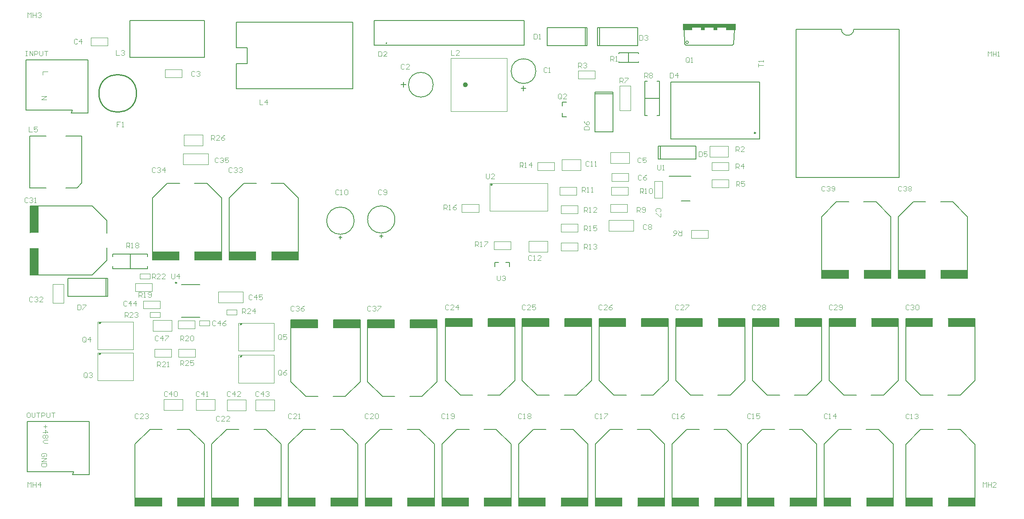
<source format=gbr>
%TF.GenerationSoftware,Altium Limited,Altium Designer,20.0.13 (296)*%
G04 Layer_Color=65535*
%FSLAX45Y45*%
%MOMM*%
%TF.FileFunction,Legend,Top*%
%TF.Part,Single*%
G01*
G75*
%TA.AperFunction,NonConductor*%
%ADD67C,0.25000*%
%ADD68C,0.20000*%
%ADD69C,0.10000*%
%ADD70C,0.25400*%
%ADD71C,0.50000*%
%ADD72C,0.12700*%
%ADD73C,0.05000*%
%ADD74C,0.15000*%
%ADD75C,0.15240*%
%ADD76C,0.08000*%
%ADD77R,5.50000X1.70000*%
%ADD78R,5.50000X1.70000*%
%ADD79R,5.50000X1.70000*%
%ADD80R,5.50000X1.70000*%
%ADD81R,1.70000X5.50000*%
G36*
X1585000Y-6210968D02*
X1580433Y-6221994D01*
X1571994Y-6230433D01*
X1560967Y-6235000D01*
X1555000D01*
Y-6205000D01*
X1585000D01*
Y-6210968D01*
D02*
G37*
G36*
X4435000Y-6235967D02*
X4430433Y-6246994D01*
X4421993Y-6255433D01*
X4410967Y-6260000D01*
X4405000D01*
Y-6230000D01*
X4435000D01*
Y-6235967D01*
D02*
G37*
G36*
X1585000Y-6835968D02*
X1580433Y-6846994D01*
X1571994Y-6855433D01*
X1560967Y-6860000D01*
X1555000D01*
Y-6830000D01*
X1585000D01*
Y-6835968D01*
D02*
G37*
G36*
X4435000Y-6885967D02*
X4430433Y-6896994D01*
X4421993Y-6905433D01*
X4410967Y-6910000D01*
X4405000D01*
Y-6880000D01*
X4435000D01*
Y-6885967D01*
D02*
G37*
G36*
X5965030Y-9540001D02*
D01*
D02*
G37*
G36*
X6185030D02*
D01*
D02*
G37*
G36*
X7515027D02*
D01*
D02*
G37*
G36*
X7735027D02*
D01*
D02*
G37*
G36*
X6015033Y-6534999D02*
D01*
D02*
G37*
G36*
X6235034D02*
D01*
D02*
G37*
G36*
X7565030D02*
D01*
D02*
G37*
G36*
X7785030D02*
D01*
D02*
G37*
G36*
X9065024Y-9540001D02*
D01*
D02*
G37*
G36*
X9285024D02*
D01*
D02*
G37*
G36*
X10615021D02*
D01*
D02*
G37*
G36*
X10835021D02*
D01*
D02*
G37*
G36*
X9139961Y-6509999D02*
D01*
D02*
G37*
G36*
X9359961D02*
D01*
D02*
G37*
G36*
X10689958D02*
D01*
D02*
G37*
G36*
X14412399Y-247200D02*
Y-298000D01*
X14221899D01*
Y-247200D01*
X14044099D01*
Y-298000D01*
X13967900D01*
Y-247200D01*
X13790100D01*
Y-298000D01*
X13713901D01*
Y-247200D01*
X13536099D01*
Y-298000D01*
X13345599D01*
Y-247200D01*
Y-171000D01*
X14412399D01*
Y-247200D01*
D02*
G37*
D67*
X14812500Y-2375000D02*
G03*
X14812500Y-2375000I-12500J0D01*
G01*
X3115500Y-5406500D02*
G03*
X3115500Y-5406500I-12500J0D01*
G01*
X9491400Y-3421000D02*
G03*
X9491400Y-3421000I-12500J0D01*
G01*
D68*
X7365000Y-560000D02*
G03*
X7365000Y-560000I-10000J0D01*
G01*
X7525000Y-4125000D02*
G03*
X7525000Y-4125000I-275000J0D01*
G01*
X6700000Y-4150000D02*
G03*
X6700000Y-4150000I-275000J0D01*
G01*
X1555000Y-6860000D02*
G03*
X1585000Y-6830000I0J30000D01*
G01*
X1555000Y-6235000D02*
G03*
X1585000Y-6205000I0J30000D01*
G01*
X4405000Y-6260000D02*
G03*
X4435000Y-6230000I0J30000D01*
G01*
X4405000Y-6910000D02*
G03*
X4435000Y-6880000I0J30000D01*
G01*
X10375000Y-1125000D02*
G03*
X10375000Y-1125000I-250000J0D01*
G01*
X8300000Y-1400000D02*
G03*
X8300000Y-1400000I-250000J0D01*
G01*
X16550000Y-275000D02*
G03*
X16800000Y-275000I125000J0D01*
G01*
X14900000Y-2500000D02*
Y-1350000D01*
X13100000D02*
X14900000D01*
X13100000Y-2500000D02*
Y-1350000D01*
Y-2500000D02*
X14900000D01*
X3215000Y-6105000D02*
X3585000D01*
X3215000Y-5445000D02*
X3585000D01*
X18710001Y-9925000D02*
X19250000Y-9925000D01*
X18950000Y-8375000D02*
X19250000Y-8675000D01*
Y-9925000D02*
Y-8675000D01*
X18700000Y-8375000D02*
X18950000D01*
X18150000D02*
X18400000D01*
X17850000Y-9925000D02*
Y-8675000D01*
X18150000Y-8375000D01*
X17850000Y-9925000D02*
X18389999Y-9925000D01*
X17060008Y-9920001D02*
X17600008Y-9920001D01*
X17300008Y-8370001D02*
X17600008Y-8670001D01*
Y-9920001D02*
Y-8670001D01*
X17050008Y-8370001D02*
X17300008D01*
X16500008D02*
X16750008D01*
X16200008Y-9920001D02*
Y-8670001D01*
X16500008Y-8370001D01*
X16200008Y-9920001D02*
X16740009Y-9920001D01*
X15510011D02*
X16050012Y-9920001D01*
X15750011Y-8370001D02*
X16050012Y-8670001D01*
Y-9920001D02*
Y-8670001D01*
X15500011Y-8370001D02*
X15750011D01*
X14950012D02*
X15200012D01*
X14650011Y-9920001D02*
Y-8670001D01*
X14950012Y-8370001D01*
X14650011Y-9920001D02*
X15190012Y-9920001D01*
X13985014D02*
X14525015Y-9920001D01*
X14225014Y-8370001D02*
X14525015Y-8670001D01*
Y-9920001D02*
Y-8670001D01*
X13975014Y-8370001D02*
X14225014D01*
X13425015D02*
X13675015D01*
X13125014Y-9920001D02*
Y-8670001D01*
X13425015Y-8370001D01*
X13125014Y-9920001D02*
X13665015Y-9920001D01*
X12435018D02*
X12975018Y-9920001D01*
X12675018Y-8370001D02*
X12975018Y-8670001D01*
Y-9920001D02*
Y-8670001D01*
X12425018Y-8370001D02*
X12675018D01*
X11875018D02*
X12125018D01*
X11575017Y-9920001D02*
Y-8670001D01*
X11875018Y-8370001D01*
X11575017Y-9920001D02*
X12115018Y-9920001D01*
X10885021D02*
X11425021Y-9920001D01*
X11125021Y-8370001D02*
X11425021Y-8670001D01*
Y-9920001D02*
Y-8670001D01*
X10875021Y-8370001D02*
X11125021D01*
X10325021D02*
X10575021D01*
X10025021Y-9920001D02*
Y-8670001D01*
X10325021Y-8370001D01*
X10025021Y-9920001D02*
X10565021Y-9920001D01*
X9335024D02*
X9875024Y-9920001D01*
X9575024Y-8370001D02*
X9875024Y-8670001D01*
Y-9920001D02*
Y-8670001D01*
X9325024Y-8370001D02*
X9575024D01*
X8775024D02*
X9025024D01*
X8475024Y-9920001D02*
Y-8670001D01*
X8775024Y-8370001D01*
X8475024Y-9920001D02*
X9015024Y-9920001D01*
X7785027D02*
X8325027Y-9920001D01*
X8025027Y-8370001D02*
X8325027Y-8670001D01*
Y-9920001D02*
Y-8670001D01*
X7775027Y-8370001D02*
X8025027D01*
X7225027D02*
X7475027D01*
X6925027Y-9920001D02*
Y-8670001D01*
X7225027Y-8370001D01*
X6925027Y-9920001D02*
X7465027Y-9920001D01*
X6235030D02*
X6775030Y-9920001D01*
X6475030Y-8370001D02*
X6775030Y-8670001D01*
Y-9920001D02*
Y-8670001D01*
X6225030Y-8370001D02*
X6475030D01*
X5675030D02*
X5925030D01*
X5375030Y-9920001D02*
Y-8670001D01*
X5675030Y-8370001D01*
X5375030Y-9920001D02*
X5915030Y-9920001D01*
X4685033D02*
X5225033Y-9920001D01*
X4925033Y-8370001D02*
X5225033Y-8670001D01*
Y-9920001D02*
Y-8670001D01*
X4675033Y-8370001D02*
X4925033D01*
X4125033D02*
X4375033D01*
X3825033Y-9920001D02*
Y-8670001D01*
X4125033Y-8370001D01*
X3825033Y-9920001D02*
X4365033Y-9920001D01*
X3135036D02*
X3675036Y-9920001D01*
X3375036Y-8370001D02*
X3675036Y-8670001D01*
Y-9920001D02*
Y-8670001D01*
X3125036Y-8370001D02*
X3375036D01*
X2575036D02*
X2825036D01*
X2275036Y-9920001D02*
Y-8670001D01*
X2575036Y-8370001D01*
X2275036Y-9920001D02*
X2815036Y-9920001D01*
X8549961Y-6129999D02*
X9089961Y-6129999D01*
X8549961Y-7379999D02*
X8849961Y-7679999D01*
X8549961Y-7379999D02*
Y-6129999D01*
X8849961Y-7679999D02*
X9099961D01*
X9399961D02*
X9649961D01*
X9949961Y-7379999D02*
Y-6129999D01*
X9649961Y-7679999D02*
X9949961Y-7379999D01*
X9409961Y-6129999D02*
X9949961Y-6129999D01*
X10099957D02*
X10639958Y-6129999D01*
X10099957Y-7379999D02*
X10399958Y-7679999D01*
X10099957Y-7379999D02*
Y-6129999D01*
X10399958Y-7679999D02*
X10649958D01*
X10949958D02*
X11199958D01*
X11499958Y-7379999D02*
Y-6129999D01*
X11199958Y-7679999D02*
X11499958Y-7379999D01*
X10959958Y-6129999D02*
X11499958Y-6129999D01*
X11649954D02*
X12189955Y-6129999D01*
X11649954Y-7379999D02*
X11949955Y-7679999D01*
X11649954Y-7379999D02*
Y-6129999D01*
X11949955Y-7679999D02*
X12199955D01*
X12499954D02*
X12749954D01*
X13049956Y-7379999D02*
Y-6129999D01*
X12749954Y-7679999D02*
X13049956Y-7379999D01*
X12509954Y-6129999D02*
X13049956Y-6129999D01*
X13199951D02*
X13739951Y-6129999D01*
X13199951Y-7379999D02*
X13499951Y-7679999D01*
X13199951Y-7379999D02*
Y-6129999D01*
X13499951Y-7679999D02*
X13749951D01*
X14049951D02*
X14299951D01*
X14599951Y-7379999D02*
Y-6129999D01*
X14299951Y-7679999D02*
X14599951Y-7379999D01*
X14059950Y-6129999D02*
X14599951Y-6129999D01*
X14749948D02*
X15289948Y-6129999D01*
X14749948Y-7379999D02*
X15049948Y-7679999D01*
X14749948Y-7379999D02*
Y-6129999D01*
X15049948Y-7679999D02*
X15299948D01*
X15599948D02*
X15849948D01*
X16149948Y-7379999D02*
Y-6129999D01*
X15849948Y-7679999D02*
X16149948Y-7379999D01*
X15609949Y-6129999D02*
X16149948Y-6129999D01*
X16299945D02*
X16839944Y-6129999D01*
X16299945Y-7379999D02*
X16599945Y-7679999D01*
X16299945Y-7379999D02*
Y-6129999D01*
X16599945Y-7679999D02*
X16849945D01*
X17149945D02*
X17399945D01*
X17699945Y-7379999D02*
Y-6129999D01*
X17399945Y-7679999D02*
X17699945Y-7379999D01*
X17159946Y-6129999D02*
X17699945Y-6129999D01*
X17849942D02*
X18389941Y-6129999D01*
X17849942Y-7379999D02*
X18149942Y-7679999D01*
X17849942Y-7379999D02*
Y-6129999D01*
X18149942Y-7679999D02*
X18399942D01*
X18699942D02*
X18949942D01*
X19249942Y-7379999D02*
Y-6129999D01*
X18949942Y-7679999D02*
X19249942Y-7379999D01*
X18709943Y-6129999D02*
X19249942Y-6129999D01*
X154999Y-5249998D02*
X154999Y-4709998D01*
X1404999Y-5249998D02*
X1704999Y-4949998D01*
X154999Y-5249998D02*
X1404999D01*
X1704999Y-4949998D02*
Y-4699998D01*
Y-4399998D02*
Y-4149998D01*
X154999Y-3849998D02*
X1404999D01*
X1704999Y-4149998D01*
X154999Y-3849998D02*
X154999Y-4389998D01*
X5034988Y-4945001D02*
X5574989Y-4945001D01*
X5274988Y-3395001D02*
X5574989Y-3695001D01*
Y-4945001D02*
Y-3695001D01*
X5024988Y-3395001D02*
X5274988D01*
X4474989D02*
X4724989D01*
X4174988Y-4945001D02*
Y-3695001D01*
X4474989Y-3395001D01*
X4174988Y-4945001D02*
X4714989Y-4945001D01*
X3484992D02*
X4024992Y-4945001D01*
X3724992Y-3395001D02*
X4024992Y-3695001D01*
Y-4945001D02*
Y-3695001D01*
X3474992Y-3395001D02*
X3724992D01*
X2924992D02*
X3174992D01*
X2624991Y-4945001D02*
Y-3695001D01*
X2924992Y-3395001D01*
X2624991Y-4945001D02*
X3164992Y-4945001D01*
X5425033Y-6154999D02*
X5965034Y-6154999D01*
X5425033Y-7404999D02*
X5725034Y-7704999D01*
X5425033Y-7404999D02*
Y-6154999D01*
X5725034Y-7704999D02*
X5975034D01*
X6275033D02*
X6525033D01*
X6825034Y-7404999D02*
Y-6154999D01*
X6525033Y-7704999D02*
X6825034Y-7404999D01*
X6285033Y-6154999D02*
X6825034Y-6154999D01*
X6975030D02*
X7515030Y-6154999D01*
X6975030Y-7404999D02*
X7275030Y-7704999D01*
X6975030Y-7404999D02*
Y-6154999D01*
X7275030Y-7704999D02*
X7525030D01*
X7825030D02*
X8075030D01*
X8375030Y-7404999D02*
Y-6154999D01*
X8075030Y-7704999D02*
X8375030Y-7404999D01*
X7835030Y-6154999D02*
X8375030Y-6154999D01*
X18559973Y-5320001D02*
X19099973Y-5320001D01*
X18799973Y-3770001D02*
X19099973Y-4070001D01*
Y-5320001D02*
Y-4070001D01*
X18549973Y-3770001D02*
X18799973D01*
X17999973D02*
X18249973D01*
X17699973Y-5320001D02*
Y-4070001D01*
X17999973Y-3770001D01*
X17699973Y-5320001D02*
X18239973Y-5320001D01*
X17009976D02*
X17549976Y-5320001D01*
X17249976Y-3770001D02*
X17549976Y-4070001D01*
Y-5320001D02*
Y-4070001D01*
X16999976Y-3770001D02*
X17249976D01*
X16449976D02*
X16699976D01*
X16149976Y-5320001D02*
Y-4070001D01*
X16449976Y-3770001D01*
X16149976Y-5320001D02*
X16689977Y-5320001D01*
X11370000Y-605000D02*
X11410000D01*
Y-245000D01*
X11370000D02*
X11410000D01*
X10600000D02*
X11370000D01*
Y-605000D02*
Y-245000D01*
X10600000Y-605000D02*
X11370000D01*
X10600000D02*
Y-245000D01*
X11620000D02*
X11660000D01*
X11620000Y-605000D02*
Y-245000D01*
Y-605000D02*
X11660000D01*
X12430000D01*
X11660000D02*
Y-245000D01*
X12430000D01*
Y-605000D02*
Y-245000D01*
X11930000Y-1585000D02*
Y-1545000D01*
X11570000D02*
X11930000D01*
X11570000Y-1585000D02*
Y-1545000D01*
Y-2355000D02*
Y-1585000D01*
X11930000D01*
Y-2355000D02*
Y-1585000D01*
X11570000Y-2355000D02*
X11930000D01*
X1685000Y-5680000D02*
X1725000D01*
Y-5320000D01*
X1685000D02*
X1725000D01*
X915000D02*
X1685000D01*
Y-5680000D02*
Y-5320000D01*
X915000Y-5680000D02*
X1685000D01*
X915000D02*
Y-5320000D01*
X984998Y-1972000D02*
X1009998Y-1912000D01*
X984998Y-1972000D02*
X1324998D01*
X75000Y-896000D02*
X1325000D01*
Y-1972000D02*
Y-896000D01*
X75000Y-1912000D02*
Y-896000D01*
Y-1912000D02*
X1009998D01*
X1009998Y-9289000D02*
X1034998Y-9229000D01*
X1009998Y-9289000D02*
X1349998D01*
X100000Y-8213000D02*
X1350000D01*
Y-9289000D02*
Y-8213000D01*
X100000Y-9229000D02*
Y-8213000D01*
Y-9229000D02*
X1034998D01*
X875000Y-3485000D02*
X1100000D01*
X1200000Y-3385000D01*
X150000Y-3485000D02*
X475000D01*
X150000Y-2435000D02*
X475000D01*
X875000D02*
X1200000D01*
X150000Y-3485000D02*
Y-2435000D01*
X1200000Y-3385000D02*
Y-2435000D01*
X1555000Y-6860000D02*
X1555000D01*
Y-6830000D01*
X1555000Y-6235000D02*
X1555000D01*
Y-6205000D01*
X4405000Y-6260000D02*
X4405000D01*
Y-6230000D01*
X4405000Y-6910000D02*
X4405000D01*
Y-6880000D01*
X12849983Y-2645006D02*
X12889983D01*
X12849983Y-2905006D02*
Y-2645006D01*
Y-2905006D02*
X12889983D01*
X13609982D01*
X12889983D02*
Y-2645006D01*
X13609982D01*
Y-2905006D02*
Y-2645006D01*
X15633501Y-275000D02*
X16550000D01*
X16800000D02*
X17716499D01*
Y-3275000D02*
Y-275000D01*
X15633501Y-3275000D02*
X17716499D01*
X15633501D02*
Y-275000D01*
X2175000Y-850000D02*
Y-100000D01*
Y-850000D02*
X3675000D01*
X2175000Y-100000D02*
X3675000D01*
Y-850000D02*
Y-100000D01*
X12825166Y-2025222D02*
X12875166D01*
Y-1325221D01*
X12825166D02*
X12875166D01*
X12575167Y-1675221D02*
X12875166D01*
X12575167Y-1325221D02*
X12625167D01*
X12575167Y-2025222D02*
Y-1325221D01*
Y-2025222D02*
X12625167D01*
X2525222Y-4874833D02*
Y-4824833D01*
X1825221D02*
X2525222D01*
X1825221Y-4874833D02*
Y-4824833D01*
X2175221Y-5124833D02*
Y-4824833D01*
X1825221Y-5124833D02*
Y-5074833D01*
Y-5124833D02*
X2525222D01*
Y-5074833D01*
X13067500Y-3247500D02*
X13510001D01*
X13310001Y-3750000D02*
X13489999D01*
X4325000Y-970000D02*
X4540000D01*
X4325000Y-650000D02*
X4325000Y-650000D01*
X4540000D01*
X4325000Y-1485000D02*
Y-970000D01*
Y-650000D02*
Y-135000D01*
X4540000Y-970000D02*
Y-650000D01*
X4325000Y-135000D02*
X6675000D01*
X4325000Y-1485000D02*
X6675000D01*
Y-135000D01*
X10905000Y-1830000D02*
Y-1750000D01*
X10995000D01*
X10905000Y-2050000D02*
Y-1970000D01*
Y-2050000D02*
X10995000D01*
X9764999Y-4992500D02*
X9844999D01*
Y-5082500D02*
Y-4992500D01*
X9544999D02*
X9624999D01*
X9544999Y-5082500D02*
Y-4992500D01*
D69*
X1530000Y-6860000D02*
G03*
X1530000Y-6860000I-5000J0D01*
G01*
Y-6235000D02*
G03*
X1530000Y-6235000I-5000J0D01*
G01*
X4380000Y-6260000D02*
G03*
X4380000Y-6260000I-5000J0D01*
G01*
Y-6910000D02*
G03*
X4380000Y-6910000I-5000J0D01*
G01*
X2235000Y-7380000D02*
Y-6820000D01*
X1515000D02*
X2235000D01*
X1515000Y-7380000D02*
Y-6820000D01*
Y-7380000D02*
X2235000D01*
Y-6755000D02*
Y-6195000D01*
X1515000D02*
X2235000D01*
X1515000Y-6755000D02*
Y-6195000D01*
Y-6755000D02*
X2235000D01*
X5085000Y-6780000D02*
Y-6220000D01*
X4365000D02*
X5085000D01*
X4365000Y-6780000D02*
Y-6220000D01*
Y-6780000D02*
X5085000D01*
Y-7430000D02*
Y-6870000D01*
X4365000D02*
X5085000D01*
X4365000Y-7430000D02*
Y-6870000D01*
Y-7430000D02*
X5085000D01*
X13884998Y-2859999D02*
Y-2639999D01*
Y-2860001D02*
X14265002D01*
Y-2640001D01*
X13884998D02*
X14265002D01*
X3640003Y-2635001D02*
Y-2415001D01*
X3259997Y-2414999D02*
X3640003D01*
X3259997Y-2634999D02*
Y-2414999D01*
Y-2634999D02*
X3640003D01*
X11230000Y-1280000D02*
Y-1120000D01*
Y-1280000D02*
X11570000D01*
X11230000Y-1120000D02*
X11570000D01*
Y-1280000D02*
Y-1120000D01*
X14270000Y-3130000D02*
Y-2970000D01*
X13930000D02*
X14270000D01*
X13930000Y-3130000D02*
X14270000D01*
X13930000D02*
Y-2970000D01*
Y-3480000D02*
Y-3320000D01*
Y-3480000D02*
X14270000D01*
X13930000Y-3320000D02*
X14270000D01*
Y-3480000D02*
Y-3320000D01*
X13854990Y-4504991D02*
Y-4344991D01*
X13514990D02*
X13854990D01*
X13514990Y-4504991D02*
X13854990D01*
X13514990D02*
Y-4344991D01*
X12220000Y-3980000D02*
Y-3820000D01*
X11880000D02*
X12220000D01*
X11880000Y-3980000D02*
X12220000D01*
X11880000D02*
Y-3820000D01*
X11895010Y-3630010D02*
Y-3470010D01*
Y-3630010D02*
X12235010D01*
X11895010Y-3470010D02*
X12235010D01*
Y-3630010D02*
Y-3470010D01*
X11195000Y-3630000D02*
Y-3470000D01*
X10855000D02*
X11195000D01*
X10855000Y-3630000D02*
X11195000D01*
X10855000D02*
Y-3470000D01*
X10880000Y-4005000D02*
Y-3845000D01*
Y-4005000D02*
X11220000D01*
X10880000Y-3845000D02*
X11220000D01*
Y-4005000D02*
Y-3845000D01*
Y-4755000D02*
Y-4595000D01*
X10880000D02*
X11220000D01*
X10880000Y-4755000D02*
X11220000D01*
X10880000D02*
Y-4595000D01*
X10745000Y-3130000D02*
Y-2970000D01*
X10405000D02*
X10745000D01*
X10405000Y-3130000D02*
X10745000D01*
X10405000D02*
Y-2970000D01*
X11220000Y-4380000D02*
Y-4220000D01*
X10880000D02*
X11220000D01*
X10880000Y-4380000D02*
X11220000D01*
X10880000D02*
Y-4220000D01*
X8880000Y-3980000D02*
Y-3820000D01*
Y-3980000D02*
X9220000D01*
X8880000Y-3820000D02*
X9220000D01*
Y-3980000D02*
Y-3820000D01*
X9870000Y-4730000D02*
Y-4570000D01*
X9530000D02*
X9870000D01*
X9530000Y-4730000D02*
X9870000D01*
X9530000D02*
Y-4570000D01*
X2280000Y-5580000D02*
Y-5420000D01*
Y-5580000D02*
X2620000D01*
X2280000Y-5420000D02*
X2620000D01*
Y-5580000D02*
Y-5420000D01*
X3484992Y-6329992D02*
Y-6169992D01*
X3144992D02*
X3484992D01*
X3144992Y-6329992D02*
X3484992D01*
X3144992D02*
Y-6169992D01*
X3009992Y-6904992D02*
Y-6744992D01*
X2669992D02*
X3009992D01*
X2669992Y-6904992D02*
X3009992D01*
X2669992D02*
Y-6744992D01*
X3155000Y-6905000D02*
Y-6745000D01*
Y-6905000D02*
X3495000D01*
X3155000Y-6745000D02*
X3495000D01*
Y-6905000D02*
Y-6745000D01*
X11850000Y-4140000D02*
X12350000D01*
Y-4360000D02*
Y-4140000D01*
X11850000Y-4360000D02*
X12350000D01*
X11850000D02*
Y-4140000D01*
X3250000Y-3010000D02*
X3750000D01*
X3250000D02*
Y-2790000D01*
X3750000D01*
Y-3010000D02*
Y-2790000D01*
X12065000Y-1925000D02*
Y-1425000D01*
X12285000D01*
Y-1925000D02*
Y-1425000D01*
X12065000Y-1925000D02*
X12285000D01*
X3955003Y-5590001D02*
X4455003D01*
Y-5810001D02*
Y-5590001D01*
X3955003Y-5810001D02*
X4455003D01*
X3955003D02*
Y-5590001D01*
X11884997Y-2984999D02*
Y-2764999D01*
Y-2985001D02*
X12265003D01*
Y-2765001D01*
X11884997D02*
X12265003D01*
X11280004Y-3135001D02*
Y-2915001D01*
X10899998Y-2914999D02*
X11280004D01*
X10899998Y-3134999D02*
Y-2914999D01*
Y-3134999D02*
X11280004D01*
X10615003Y-4785001D02*
Y-4565001D01*
X10234997Y-4564999D02*
X10615003D01*
X10234997Y-4784999D02*
Y-4564999D01*
Y-4784999D02*
X10615003D01*
X614999Y-5815003D02*
X834999D01*
X835001D02*
Y-5434997D01*
X615001D02*
X835001D01*
X615001Y-5815003D02*
Y-5434997D01*
X2859997Y-7984999D02*
Y-7764999D01*
Y-7985001D02*
X3240003D01*
Y-7765001D01*
X2859997D02*
X3240003D01*
X3890003Y-7985001D02*
Y-7765001D01*
X3509997Y-7764999D02*
X3890003D01*
X3509997Y-7984999D02*
Y-7764999D01*
Y-7984999D02*
X3890003D01*
X4135034Y-7990000D02*
Y-7770000D01*
Y-7990002D02*
X4515040D01*
Y-7770002D01*
X4135034D02*
X4515040D01*
X4710032Y-7990000D02*
Y-7770000D01*
Y-7990002D02*
X5090039D01*
Y-7770002D01*
X4710032D02*
X5090039D01*
X2634997Y-6384999D02*
Y-6164999D01*
Y-6385001D02*
X3015003D01*
Y-6165001D01*
X2634997D02*
X3015003D01*
X3220000Y-1255000D02*
Y-1095000D01*
X2880000D02*
X3220000D01*
X2880000Y-1255000D02*
X3220000D01*
X2880000D02*
Y-1095000D01*
X1380000Y-605000D02*
Y-445000D01*
Y-605000D02*
X1720000D01*
X1380000Y-445000D02*
X1720000D01*
Y-605000D02*
Y-445000D01*
X11905000Y-3355000D02*
Y-3195000D01*
Y-3355000D02*
X12245000D01*
X11905000Y-3195000D02*
X12245000D01*
Y-3355000D02*
Y-3195000D01*
X12770000Y-3355000D02*
X12930000D01*
X12770000Y-3695000D02*
Y-3355000D01*
X12930000Y-3695000D02*
Y-3355000D01*
X12770000Y-3695000D02*
X12930000D01*
X2780006Y-5930009D02*
Y-5770009D01*
X2440006D02*
X2780006D01*
X2440006Y-5930009D02*
X2780006D01*
X2440006D02*
Y-5770009D01*
X3776600Y-6275800D02*
Y-6174200D01*
X3573400D02*
X3776600D01*
X3573400Y-6275800D02*
Y-6174200D01*
Y-6275800D02*
X3776600D01*
X2373400Y-5325800D02*
Y-5224200D01*
Y-5325800D02*
X2576600D01*
Y-5224200D01*
X2373400D02*
X2576600D01*
X2573402Y-6100803D02*
Y-5999203D01*
Y-6100803D02*
X2776602D01*
Y-5999203D01*
X2573402D02*
X2776602D01*
X4326600Y-6050800D02*
Y-5949200D01*
X4123400D02*
X4326600D01*
X4123400Y-6050800D02*
Y-5949200D01*
Y-6050800D02*
X4326600D01*
D70*
X2305000Y-1575000D02*
G03*
X2305000Y-1575000I-380000J0D01*
G01*
D71*
X8975000Y-1400000D02*
G03*
X8975000Y-1400000I-25000J0D01*
G01*
D72*
X13454820Y-541840D02*
G03*
X13454820Y-541840I-25400J0D01*
G01*
X7110000Y-100000D02*
X10140000D01*
Y-600000D02*
Y-100000D01*
X7110000Y-600000D02*
X10140000D01*
X7110000D02*
Y-100000D01*
X13371001Y-285300D02*
X13383701Y-577400D01*
X13409100Y-602800D01*
X14348900D01*
X14374300Y-577400D01*
X14387000Y-285300D01*
X7249984Y-4430000D02*
Y-4496645D01*
X7283306Y-4463322D02*
X7216661D01*
X6424984Y-4455000D02*
Y-4521645D01*
X6458306Y-4488323D02*
X6391661D01*
D73*
X8655000Y-1935000D02*
Y-865000D01*
X9795000D01*
Y-1935000D02*
Y-865000D01*
X8655000Y-1935000D02*
X9795000D01*
X8655000D02*
Y-865000D01*
X9440000Y-3395000D02*
X10610000D01*
X9440000Y-3955000D02*
X10610000D01*
Y-3395000D01*
X9440000Y-3955000D02*
Y-3395000D01*
D74*
X12250000Y-950000D02*
Y-750000D01*
X12450000Y-770000D02*
Y-750000D01*
X12050000D02*
X12450000D01*
X12050000Y-770000D02*
Y-750000D01*
Y-950000D02*
Y-930000D01*
Y-950000D02*
X12450000D01*
Y-930000D01*
D75*
X10125024Y-1522500D02*
Y-1422533D01*
X10075041Y-1472516D02*
X10175008D01*
X7652500Y-1400024D02*
X7752467D01*
X7702484Y-1350040D02*
Y-1450008D01*
D76*
X466306Y-8924645D02*
X482968Y-8907984D01*
Y-8874661D01*
X466306Y-8858000D01*
X399661D01*
X383000Y-8874661D01*
Y-8907984D01*
X399661Y-8924645D01*
X432984D01*
Y-8891323D01*
X383000Y-8957968D02*
X482968D01*
X383000Y-9024613D01*
X482968D01*
Y-9057936D02*
X383000D01*
Y-9107920D01*
X399661Y-9124581D01*
X466306D01*
X482968Y-9107920D01*
Y-9057936D01*
X457984Y-8283000D02*
Y-8349645D01*
X491307Y-8316323D02*
X424662D01*
X408000Y-8432952D02*
X507968D01*
X457984Y-8382968D01*
Y-8449613D01*
X491307Y-8482936D02*
X507968Y-8499597D01*
Y-8532920D01*
X491307Y-8549581D01*
X474645D01*
X457984Y-8532920D01*
X441323Y-8549581D01*
X424662D01*
X408000Y-8532920D01*
Y-8499597D01*
X424662Y-8482936D01*
X441323D01*
X457984Y-8499597D01*
X474645Y-8482936D01*
X491307D01*
X457984Y-8499597D02*
Y-8532920D01*
X507968Y-8582904D02*
X441323D01*
X408000Y-8616226D01*
X441323Y-8649549D01*
X507968D01*
X383000Y-1633000D02*
X482968D01*
X383000Y-1699645D01*
X482968D01*
X507968Y-1133000D02*
X408000D01*
Y-1199645D01*
X5233339Y-7258323D02*
Y-7191678D01*
X5216677Y-7175016D01*
X5183355D01*
X5166694Y-7191678D01*
Y-7258323D01*
X5183355Y-7274984D01*
X5216677D01*
X5200016Y-7241661D02*
X5233339Y-7274984D01*
X5216677D02*
X5233339Y-7258323D01*
X5333306Y-7175016D02*
X5299984Y-7191678D01*
X5266661Y-7225000D01*
Y-7258323D01*
X5283323Y-7274984D01*
X5316645D01*
X5333306Y-7258323D01*
Y-7241661D01*
X5316645Y-7225000D01*
X5266661D01*
X4441710Y-6024984D02*
Y-5925016D01*
X4491694D01*
X4508355Y-5941677D01*
Y-5975000D01*
X4491694Y-5991661D01*
X4441710D01*
X4475032D02*
X4508355Y-6024984D01*
X4608323D02*
X4541677D01*
X4608323Y-5958339D01*
Y-5941677D01*
X4591661Y-5925016D01*
X4558339D01*
X4541677Y-5941677D01*
X4691629Y-6024984D02*
Y-5925016D01*
X4641645Y-5975000D01*
X4708290D01*
X4643360Y-5666680D02*
X4626699Y-5650019D01*
X4593377D01*
X4576715Y-5666680D01*
Y-5733325D01*
X4593377Y-5749986D01*
X4626699D01*
X4643360Y-5733325D01*
X4726667Y-5749986D02*
Y-5650019D01*
X4676683Y-5700003D01*
X4743328D01*
X4843296Y-5650019D02*
X4776651D01*
Y-5700003D01*
X4809973Y-5683341D01*
X4826635D01*
X4843296Y-5700003D01*
Y-5733325D01*
X4826635Y-5749986D01*
X4793312D01*
X4776651Y-5733325D01*
X3012280Y-5223992D02*
Y-5307299D01*
X3028941Y-5323960D01*
X3062264D01*
X3078925Y-5307299D01*
Y-5223992D01*
X3162232Y-5323960D02*
Y-5223992D01*
X3112248Y-5273976D01*
X3178893D01*
X7719505Y-998853D02*
X7702844Y-982192D01*
X7669521D01*
X7652860Y-998853D01*
Y-1065499D01*
X7669521Y-1082160D01*
X7702844D01*
X7719505Y-1065499D01*
X7819473Y-1082160D02*
X7752828D01*
X7819473Y-1015515D01*
Y-998853D01*
X7802812Y-982192D01*
X7769489D01*
X7752828Y-998853D01*
X10600000Y-1066678D02*
X10583339Y-1050016D01*
X10550016D01*
X10533355Y-1066678D01*
Y-1133323D01*
X10550016Y-1149984D01*
X10583339D01*
X10600000Y-1133323D01*
X10633323Y-1149984D02*
X10666645D01*
X10649984D01*
Y-1050016D01*
X10633323Y-1066678D01*
X9586692Y-5262516D02*
Y-5345823D01*
X9603353Y-5362484D01*
X9636676D01*
X9653337Y-5345823D01*
Y-5262516D01*
X9686660Y-5279178D02*
X9703321Y-5262516D01*
X9736644D01*
X9753305Y-5279178D01*
Y-5295839D01*
X9736644Y-5312500D01*
X9719982D01*
X9736644D01*
X9753305Y-5329162D01*
Y-5345823D01*
X9736644Y-5362484D01*
X9703321D01*
X9686660Y-5345823D01*
X9366694Y-3200016D02*
Y-3283323D01*
X9383355Y-3299984D01*
X9416678D01*
X9433339Y-3283323D01*
Y-3200016D01*
X9533307Y-3299984D02*
X9466662D01*
X9533307Y-3233339D01*
Y-3216678D01*
X9516645Y-3200016D01*
X9483323D01*
X9466662Y-3216678D01*
X12833356Y-3025016D02*
Y-3108323D01*
X12850015Y-3124984D01*
X12883339D01*
X12900000Y-3108323D01*
Y-3025016D01*
X12933324Y-3124984D02*
X12966644D01*
X12949985D01*
Y-3025016D01*
X12933324Y-3041678D01*
X14875015Y-1041645D02*
Y-975000D01*
Y-1008322D01*
X14974985D01*
Y-941677D02*
Y-908355D01*
Y-925016D01*
X14875015D01*
X14891676Y-941677D01*
X3816710Y-2524984D02*
Y-2425016D01*
X3866694D01*
X3883355Y-2441678D01*
Y-2475000D01*
X3866694Y-2491662D01*
X3816710D01*
X3850032D02*
X3883355Y-2524984D01*
X3983322D02*
X3916677D01*
X3983322Y-2458339D01*
Y-2441678D01*
X3966661Y-2425016D01*
X3933339D01*
X3916677Y-2441678D01*
X4083290Y-2425016D02*
X4049968Y-2441678D01*
X4016645Y-2475000D01*
Y-2508323D01*
X4033307Y-2524984D01*
X4066629D01*
X4083290Y-2508323D01*
Y-2491662D01*
X4066629Y-2475000D01*
X4016645D01*
X3191710Y-7074984D02*
Y-6975016D01*
X3241694D01*
X3258355Y-6991678D01*
Y-7025000D01*
X3241694Y-7041662D01*
X3191710D01*
X3225032D02*
X3258355Y-7074984D01*
X3358322D02*
X3291677D01*
X3358322Y-7008339D01*
Y-6991678D01*
X3341661Y-6975016D01*
X3308339D01*
X3291677Y-6991678D01*
X3458290Y-6975016D02*
X3391645D01*
Y-7025000D01*
X3424968Y-7008339D01*
X3441629D01*
X3458290Y-7025000D01*
Y-7058323D01*
X3441629Y-7074984D01*
X3408307D01*
X3391645Y-7058323D01*
X2066712Y-6099987D02*
Y-6000019D01*
X2116696D01*
X2133357Y-6016680D01*
Y-6050003D01*
X2116696Y-6066664D01*
X2066712D01*
X2100034D02*
X2133357Y-6099987D01*
X2233324D02*
X2166679D01*
X2233324Y-6033342D01*
Y-6016680D01*
X2216663Y-6000019D01*
X2183341D01*
X2166679Y-6016680D01*
X2266647D02*
X2283309Y-6000019D01*
X2316631D01*
X2333292Y-6016680D01*
Y-6033342D01*
X2316631Y-6050003D01*
X2299970D01*
X2316631D01*
X2333292Y-6066664D01*
Y-6083325D01*
X2316631Y-6099987D01*
X2283309D01*
X2266647Y-6083325D01*
X2616710Y-5324984D02*
Y-5225016D01*
X2666694D01*
X2683355Y-5241678D01*
Y-5275000D01*
X2666694Y-5291662D01*
X2616710D01*
X2650032D02*
X2683355Y-5324984D01*
X2783323D02*
X2716678D01*
X2783323Y-5258339D01*
Y-5241678D01*
X2766661Y-5225016D01*
X2733339D01*
X2716678Y-5241678D01*
X2883290Y-5324984D02*
X2816645D01*
X2883290Y-5258339D01*
Y-5241678D01*
X2866629Y-5225016D01*
X2833307D01*
X2816645Y-5241678D01*
X2723363Y-7099976D02*
Y-7000008D01*
X2773347D01*
X2790008Y-7016669D01*
Y-7049992D01*
X2773347Y-7066653D01*
X2723363D01*
X2756685D02*
X2790008Y-7099976D01*
X2889976D02*
X2823331D01*
X2889976Y-7033331D01*
Y-7016669D01*
X2873315Y-7000008D01*
X2839992D01*
X2823331Y-7016669D01*
X2923298Y-7099976D02*
X2956621D01*
X2939960D01*
Y-7000008D01*
X2923298Y-7016669D01*
X3191710Y-6574984D02*
Y-6475016D01*
X3241694D01*
X3258355Y-6491677D01*
Y-6525000D01*
X3241694Y-6541661D01*
X3191710D01*
X3225032D02*
X3258355Y-6574984D01*
X3358322D02*
X3291677D01*
X3358322Y-6508339D01*
Y-6491677D01*
X3341661Y-6475016D01*
X3308339D01*
X3291677Y-6491677D01*
X3391645D02*
X3408307Y-6475016D01*
X3441629D01*
X3458290Y-6491677D01*
Y-6558322D01*
X3441629Y-6574984D01*
X3408307D01*
X3391645Y-6558322D01*
Y-6491677D01*
X2350040Y-5699984D02*
Y-5600016D01*
X2400024D01*
X2416685Y-5616677D01*
Y-5650000D01*
X2400024Y-5666661D01*
X2350040D01*
X2383363D02*
X2416685Y-5699984D01*
X2450008D02*
X2483331D01*
X2466669D01*
Y-5600016D01*
X2450008Y-5616677D01*
X2533314Y-5683322D02*
X2549976Y-5699984D01*
X2583298D01*
X2599959Y-5683322D01*
Y-5616677D01*
X2583298Y-5600016D01*
X2549976D01*
X2533314Y-5616677D01*
Y-5633339D01*
X2549976Y-5650000D01*
X2599959D01*
X2100040Y-4699984D02*
Y-4600016D01*
X2150024D01*
X2166685Y-4616677D01*
Y-4650000D01*
X2150024Y-4666661D01*
X2100040D01*
X2133363D02*
X2166685Y-4699984D01*
X2200008D02*
X2233331D01*
X2216669D01*
Y-4600016D01*
X2200008Y-4616677D01*
X2283314D02*
X2299976Y-4600016D01*
X2333298D01*
X2349959Y-4616677D01*
Y-4633339D01*
X2333298Y-4650000D01*
X2349959Y-4666661D01*
Y-4683322D01*
X2333298Y-4699984D01*
X2299976D01*
X2283314Y-4683322D01*
Y-4666661D01*
X2299976Y-4650000D01*
X2283314Y-4633339D01*
Y-4616677D01*
X2299976Y-4650000D02*
X2333298D01*
X9150040Y-4674984D02*
Y-4575016D01*
X9200024D01*
X9216685Y-4591677D01*
Y-4625000D01*
X9200024Y-4641661D01*
X9150040D01*
X9183363D02*
X9216685Y-4674984D01*
X9250008D02*
X9283330D01*
X9266669D01*
Y-4575016D01*
X9250008Y-4591677D01*
X9333314Y-4575016D02*
X9399959D01*
Y-4591677D01*
X9333314Y-4658322D01*
Y-4674984D01*
X8515032Y-3924976D02*
Y-3825008D01*
X8565016D01*
X8581677Y-3841669D01*
Y-3874992D01*
X8565016Y-3891653D01*
X8515032D01*
X8548355D02*
X8581677Y-3924976D01*
X8615000D02*
X8648323D01*
X8631661D01*
Y-3825008D01*
X8615000Y-3841669D01*
X8764951Y-3825008D02*
X8731629Y-3841669D01*
X8698306Y-3874992D01*
Y-3908315D01*
X8714968Y-3924976D01*
X8748290D01*
X8764951Y-3908315D01*
Y-3891653D01*
X8748290Y-3874992D01*
X8698306D01*
X11350041Y-4349984D02*
Y-4250016D01*
X11400024D01*
X11416686Y-4266678D01*
Y-4300000D01*
X11400024Y-4316661D01*
X11350041D01*
X11383363D02*
X11416686Y-4349984D01*
X11450008D02*
X11483331D01*
X11466670D01*
Y-4250016D01*
X11450008Y-4266678D01*
X11599960Y-4250016D02*
X11533315D01*
Y-4300000D01*
X11566637Y-4283339D01*
X11583299D01*
X11599960Y-4300000D01*
Y-4333323D01*
X11583299Y-4349984D01*
X11549976D01*
X11533315Y-4333323D01*
X10050040Y-3074984D02*
Y-2975016D01*
X10100024D01*
X10116685Y-2991678D01*
Y-3025000D01*
X10100024Y-3041661D01*
X10050040D01*
X10083363D02*
X10116685Y-3074984D01*
X10150008D02*
X10183331D01*
X10166670D01*
Y-2975016D01*
X10150008Y-2991678D01*
X10283298Y-3074984D02*
Y-2975016D01*
X10233315Y-3025000D01*
X10299960D01*
X11350041Y-4724984D02*
Y-4625016D01*
X11400024D01*
X11416686Y-4641678D01*
Y-4675000D01*
X11400024Y-4691661D01*
X11350041D01*
X11383363D02*
X11416686Y-4724984D01*
X11450008D02*
X11483331D01*
X11466670D01*
Y-4625016D01*
X11450008Y-4641678D01*
X11533315D02*
X11549976Y-4625016D01*
X11583299D01*
X11599960Y-4641678D01*
Y-4658339D01*
X11583299Y-4675000D01*
X11566637D01*
X11583299D01*
X11599960Y-4691661D01*
Y-4708323D01*
X11583299Y-4724984D01*
X11549976D01*
X11533315Y-4708323D01*
X11350041Y-3974984D02*
Y-3875016D01*
X11400024D01*
X11416686Y-3891678D01*
Y-3925000D01*
X11400024Y-3941661D01*
X11350041D01*
X11383363D02*
X11416686Y-3974984D01*
X11450008D02*
X11483331D01*
X11466670D01*
Y-3875016D01*
X11450008Y-3891678D01*
X11599960Y-3974984D02*
X11533315D01*
X11599960Y-3908339D01*
Y-3891678D01*
X11583299Y-3875016D01*
X11549976D01*
X11533315Y-3891678D01*
X11306710Y-3574992D02*
Y-3475024D01*
X11356694D01*
X11373355Y-3491686D01*
Y-3525008D01*
X11356694Y-3541670D01*
X11306710D01*
X11340032D02*
X11373355Y-3574992D01*
X11406678D02*
X11440000D01*
X11423339D01*
Y-3475024D01*
X11406678Y-3491686D01*
X11489984Y-3574992D02*
X11523307D01*
X11506646D01*
Y-3475024D01*
X11489984Y-3491686D01*
X12480042Y-3599985D02*
Y-3500018D01*
X12530026D01*
X12546687Y-3516679D01*
Y-3550002D01*
X12530026Y-3566663D01*
X12480042D01*
X12513364D02*
X12546687Y-3599985D01*
X12580010D02*
X12613332D01*
X12596671D01*
Y-3500018D01*
X12580010Y-3516679D01*
X12663316D02*
X12679977Y-3500018D01*
X12713300D01*
X12729961Y-3516679D01*
Y-3583324D01*
X12713300Y-3599985D01*
X12679977D01*
X12663316Y-3583324D01*
Y-3516679D01*
X12416693Y-3974984D02*
Y-3875016D01*
X12466677D01*
X12483339Y-3891678D01*
Y-3925000D01*
X12466677Y-3941661D01*
X12416693D01*
X12450016D02*
X12483339Y-3974984D01*
X12516661Y-3958323D02*
X12533323Y-3974984D01*
X12566645D01*
X12583306Y-3958323D01*
Y-3891678D01*
X12566645Y-3875016D01*
X12533323D01*
X12516661Y-3891678D01*
Y-3908339D01*
X12533323Y-3925000D01*
X12583306D01*
X12565220Y-1257420D02*
Y-1157452D01*
X12615204D01*
X12631865Y-1174113D01*
Y-1207436D01*
X12615204Y-1224097D01*
X12565220D01*
X12598542D02*
X12631865Y-1257420D01*
X12665188Y-1174113D02*
X12681849Y-1157452D01*
X12715172D01*
X12731833Y-1174113D01*
Y-1190775D01*
X12715172Y-1207436D01*
X12731833Y-1224097D01*
Y-1240759D01*
X12715172Y-1257420D01*
X12681849D01*
X12665188Y-1240759D01*
Y-1224097D01*
X12681849Y-1207436D01*
X12665188Y-1190775D01*
Y-1174113D01*
X12681849Y-1207436D02*
X12715172D01*
X12067380Y-1361560D02*
Y-1261592D01*
X12117364D01*
X12134025Y-1278253D01*
Y-1311576D01*
X12117364Y-1328237D01*
X12067380D01*
X12100702D02*
X12134025Y-1361560D01*
X12167348Y-1261592D02*
X12233993D01*
Y-1278253D01*
X12167348Y-1344899D01*
Y-1361560D01*
X13318295Y-4350007D02*
Y-4449975D01*
X13268312D01*
X13251651Y-4433314D01*
Y-4399991D01*
X13268312Y-4383330D01*
X13318295D01*
X13284973D02*
X13251651Y-4350007D01*
X13151683Y-4449975D02*
X13185005Y-4433314D01*
X13218327Y-4399991D01*
Y-4366669D01*
X13201666Y-4350007D01*
X13168344D01*
X13151683Y-4366669D01*
Y-4383330D01*
X13168344Y-4399991D01*
X13218327D01*
X14426685Y-3449976D02*
Y-3350008D01*
X14476669D01*
X14493330Y-3366669D01*
Y-3399992D01*
X14476669Y-3416653D01*
X14426685D01*
X14460008D02*
X14493330Y-3449976D01*
X14593298Y-3350008D02*
X14526653D01*
Y-3399992D01*
X14559976Y-3383331D01*
X14576637D01*
X14593298Y-3399992D01*
Y-3433314D01*
X14576637Y-3449976D01*
X14543315D01*
X14526653Y-3433314D01*
X14416695Y-3099984D02*
Y-3000016D01*
X14466676D01*
X14483339Y-3016677D01*
Y-3050000D01*
X14466676Y-3066661D01*
X14416695D01*
X14450015D02*
X14483339Y-3099984D01*
X14566644D02*
Y-3000016D01*
X14516661Y-3050000D01*
X14583305D01*
X11234260Y-1056760D02*
Y-956792D01*
X11284244D01*
X11300905Y-973453D01*
Y-1006776D01*
X11284244Y-1023437D01*
X11234260D01*
X11267582D02*
X11300905Y-1056760D01*
X11334228Y-973453D02*
X11350889Y-956792D01*
X11384212D01*
X11400873Y-973453D01*
Y-990115D01*
X11384212Y-1006776D01*
X11367550D01*
X11384212D01*
X11400873Y-1023437D01*
Y-1040099D01*
X11384212Y-1056760D01*
X11350889D01*
X11334228Y-1040099D01*
X14416695Y-2749984D02*
Y-2650016D01*
X14466676D01*
X14483339Y-2666677D01*
Y-2700000D01*
X14466676Y-2716661D01*
X14416695D01*
X14450015D02*
X14483339Y-2749984D01*
X14583305D02*
X14516661D01*
X14583305Y-2683339D01*
Y-2666677D01*
X14566644Y-2650016D01*
X14533324D01*
X14516661Y-2666677D01*
X11883355Y-924984D02*
Y-825016D01*
X11933339D01*
X11950000Y-841678D01*
Y-875000D01*
X11933339Y-891661D01*
X11883355D01*
X11916677D02*
X11950000Y-924984D01*
X11983323D02*
X12016645D01*
X11999984D01*
Y-825016D01*
X11983323Y-841678D01*
X5233339Y-6533322D02*
Y-6466677D01*
X5216677Y-6450016D01*
X5183355D01*
X5166694Y-6466677D01*
Y-6533322D01*
X5183355Y-6549984D01*
X5216677D01*
X5200016Y-6516661D02*
X5233339Y-6549984D01*
X5216677D02*
X5233339Y-6533322D01*
X5333306Y-6450016D02*
X5266661D01*
Y-6500000D01*
X5299984Y-6483339D01*
X5316645D01*
X5333306Y-6500000D01*
Y-6533322D01*
X5316645Y-6549984D01*
X5283323D01*
X5266661Y-6533322D01*
X1283339Y-6583323D02*
Y-6516678D01*
X1266677Y-6500016D01*
X1233355D01*
X1216694Y-6516678D01*
Y-6583323D01*
X1233355Y-6599984D01*
X1266677D01*
X1250016Y-6566661D02*
X1283339Y-6599984D01*
X1266677D02*
X1283339Y-6583323D01*
X1366645Y-6599984D02*
Y-6500016D01*
X1316661Y-6550000D01*
X1383306D01*
X1308339Y-7308322D02*
Y-7241677D01*
X1291677Y-7225016D01*
X1258355D01*
X1241693Y-7241677D01*
Y-7308322D01*
X1258355Y-7324984D01*
X1291677D01*
X1275016Y-7291661D02*
X1308339Y-7324984D01*
X1291677D02*
X1308339Y-7308322D01*
X1341661Y-7241677D02*
X1358323Y-7225016D01*
X1391645D01*
X1408306Y-7241677D01*
Y-7258339D01*
X1391645Y-7275000D01*
X1374984D01*
X1391645D01*
X1408306Y-7291661D01*
Y-7308322D01*
X1391645Y-7324984D01*
X1358323D01*
X1341661Y-7308322D01*
X10891965Y-1664939D02*
Y-1598293D01*
X10875304Y-1581632D01*
X10841981D01*
X10825320Y-1598293D01*
Y-1664939D01*
X10841981Y-1681600D01*
X10875304D01*
X10858642Y-1648277D02*
X10891965Y-1681600D01*
X10875304D02*
X10891965Y-1664939D01*
X10991933Y-1681600D02*
X10925288D01*
X10991933Y-1614955D01*
Y-1598293D01*
X10975272Y-1581632D01*
X10941949D01*
X10925288Y-1598293D01*
X13475000Y-933322D02*
Y-866677D01*
X13458339Y-850016D01*
X13425015D01*
X13408356Y-866677D01*
Y-933322D01*
X13425015Y-949984D01*
X13458339D01*
X13441676Y-916661D02*
X13475000Y-949984D01*
X13458339D02*
X13475000Y-933322D01*
X13508324Y-949984D02*
X13541644D01*
X13524985D01*
Y-850016D01*
X13508324Y-866677D01*
X109060Y-9540360D02*
Y-9440392D01*
X142382Y-9473715D01*
X175705Y-9440392D01*
Y-9540360D01*
X209028Y-9440392D02*
Y-9540360D01*
Y-9490376D01*
X275673D01*
Y-9440392D01*
Y-9540360D01*
X358979D02*
Y-9440392D01*
X308996Y-9490376D01*
X375641D01*
X109060Y-40760D02*
Y59208D01*
X142382Y25885D01*
X175705Y59208D01*
Y-40760D01*
X209028Y59208D02*
Y-40760D01*
Y9224D01*
X275673D01*
Y59208D01*
Y-40760D01*
X308996Y42547D02*
X325657Y59208D01*
X358979D01*
X375641Y42547D01*
Y25885D01*
X358979Y9224D01*
X342318D01*
X358979D01*
X375641Y-7437D01*
Y-24099D01*
X358979Y-40760D01*
X325657D01*
X308996Y-24099D01*
X19407980Y-9540360D02*
Y-9440392D01*
X19441302Y-9473715D01*
X19474625Y-9440392D01*
Y-9540360D01*
X19507948Y-9440392D02*
Y-9540360D01*
Y-9490376D01*
X19574593D01*
Y-9440392D01*
Y-9540360D01*
X19674561D02*
X19607916D01*
X19674561Y-9473715D01*
Y-9457053D01*
X19657899Y-9440392D01*
X19624577D01*
X19607916Y-9457053D01*
X19508371Y-824984D02*
Y-725016D01*
X19541695Y-758339D01*
X19575015Y-725016D01*
Y-824984D01*
X19608339Y-725016D02*
Y-824984D01*
Y-775000D01*
X19674985D01*
Y-725016D01*
Y-824984D01*
X19708307D02*
X19741629D01*
X19724968D01*
Y-725016D01*
X19708307Y-741677D01*
X134460Y-2249652D02*
Y-2349620D01*
X201105D01*
X301073Y-2249652D02*
X234428D01*
Y-2299636D01*
X267750Y-2282975D01*
X284412D01*
X301073Y-2299636D01*
Y-2332959D01*
X284412Y-2349620D01*
X251089D01*
X234428Y-2332959D01*
X4791693Y-1700016D02*
Y-1799984D01*
X4858339D01*
X4941645D02*
Y-1700016D01*
X4891661Y-1750000D01*
X4958306D01*
X1891694Y-700016D02*
Y-799984D01*
X1958339D01*
X1991661Y-716678D02*
X2008323Y-700016D01*
X2041645D01*
X2058307Y-716678D01*
Y-733339D01*
X2041645Y-750000D01*
X2024984D01*
X2041645D01*
X2058307Y-766661D01*
Y-783323D01*
X2041645Y-799984D01*
X2008323D01*
X1991661Y-783323D01*
X8661240Y-702792D02*
Y-802760D01*
X8727885D01*
X8827853D02*
X8761208D01*
X8827853Y-736115D01*
Y-719453D01*
X8811192Y-702792D01*
X8777869D01*
X8761208Y-719453D01*
X136184Y-8030692D02*
X102861D01*
X86200Y-8047353D01*
Y-8113999D01*
X102861Y-8130660D01*
X136184D01*
X152845Y-8113999D01*
Y-8047353D01*
X136184Y-8030692D01*
X186168D02*
Y-8113999D01*
X202829Y-8130660D01*
X236152D01*
X252813Y-8113999D01*
Y-8030692D01*
X286136D02*
X352781D01*
X319458D01*
Y-8130660D01*
X386103D02*
Y-8030692D01*
X436087D01*
X452748Y-8047353D01*
Y-8080676D01*
X436087Y-8097337D01*
X386103D01*
X486071Y-8030692D02*
Y-8113999D01*
X502733Y-8130660D01*
X536055D01*
X552716Y-8113999D01*
Y-8030692D01*
X586039D02*
X652684D01*
X619361D01*
Y-8130660D01*
X60800Y-715492D02*
X94122D01*
X77461D01*
Y-815460D01*
X60800D01*
X94122D01*
X144106D02*
Y-715492D01*
X210751Y-815460D01*
Y-715492D01*
X244074Y-815460D02*
Y-715492D01*
X294058D01*
X310719Y-732153D01*
Y-765476D01*
X294058Y-782137D01*
X244074D01*
X344042Y-715492D02*
Y-798799D01*
X360703Y-815460D01*
X394026D01*
X410687Y-798799D01*
Y-715492D01*
X444010D02*
X510655D01*
X477332D01*
Y-815460D01*
X1975000Y-2150016D02*
X1908355D01*
Y-2200000D01*
X1941678D01*
X1908355D01*
Y-2249984D01*
X2008323D02*
X2041645D01*
X2024984D01*
Y-2150016D01*
X2008323Y-2166677D01*
X1116693Y-5850016D02*
Y-5949984D01*
X1166677D01*
X1183339Y-5933323D01*
Y-5866678D01*
X1166677Y-5850016D01*
X1116693D01*
X1216661D02*
X1283306D01*
Y-5866678D01*
X1216661Y-5933323D01*
Y-5949984D01*
X11350016Y-2308306D02*
X11449984D01*
Y-2258322D01*
X11433323Y-2241661D01*
X11366678D01*
X11350016Y-2258322D01*
Y-2308306D01*
Y-2141693D02*
X11366678Y-2175016D01*
X11400000Y-2208338D01*
X11433323D01*
X11449984Y-2191677D01*
Y-2158355D01*
X11433323Y-2141693D01*
X11416661D01*
X11400000Y-2158355D01*
Y-2208338D01*
X13666695Y-2750016D02*
Y-2849984D01*
X13716676D01*
X13733339Y-2833323D01*
Y-2766677D01*
X13716676Y-2750016D01*
X13666695D01*
X13833305D02*
X13766661D01*
Y-2800000D01*
X13799985Y-2783339D01*
X13816644D01*
X13833305Y-2800000D01*
Y-2833323D01*
X13816644Y-2849984D01*
X13783324D01*
X13766661Y-2833323D01*
X13085921Y-1159992D02*
Y-1259960D01*
X13135904D01*
X13152565Y-1243299D01*
Y-1176653D01*
X13135904Y-1159992D01*
X13085921D01*
X13235872Y-1259960D02*
Y-1159992D01*
X13185889Y-1209976D01*
X13252533D01*
X12466694Y-400016D02*
Y-499984D01*
X12516678D01*
X12533339Y-483323D01*
Y-416678D01*
X12516678Y-400016D01*
X12466694D01*
X12566661Y-416678D02*
X12583323Y-400016D01*
X12616645D01*
X12633306Y-416678D01*
Y-433339D01*
X12616645Y-450000D01*
X12599984D01*
X12616645D01*
X12633306Y-466662D01*
Y-483323D01*
X12616645Y-499984D01*
X12583323D01*
X12566661Y-483323D01*
X7191694Y-725016D02*
Y-824984D01*
X7241677D01*
X7258339Y-808322D01*
Y-741677D01*
X7241677Y-725016D01*
X7191694D01*
X7358306Y-824984D02*
X7291661D01*
X7358306Y-758339D01*
Y-741677D01*
X7341645Y-725016D01*
X7308323D01*
X7291661Y-741677D01*
X10333355Y-375016D02*
Y-474984D01*
X10383339D01*
X10400000Y-458322D01*
Y-391677D01*
X10383339Y-375016D01*
X10333355D01*
X10433323Y-474984D02*
X10466645D01*
X10449984D01*
Y-375016D01*
X10433323Y-391677D01*
X2748354Y-6491677D02*
X2731693Y-6475016D01*
X2698371D01*
X2681709Y-6491677D01*
Y-6558322D01*
X2698371Y-6574984D01*
X2731693D01*
X2748354Y-6558322D01*
X2831661Y-6574984D02*
Y-6475016D01*
X2781677Y-6525000D01*
X2848322D01*
X2881645Y-6475016D02*
X2948290D01*
Y-6491677D01*
X2881645Y-6558322D01*
Y-6574984D01*
X3908355Y-6191677D02*
X3891694Y-6175016D01*
X3858371D01*
X3841710Y-6191677D01*
Y-6258323D01*
X3858371Y-6274984D01*
X3891694D01*
X3908355Y-6258323D01*
X3991661Y-6274984D02*
Y-6175016D01*
X3941677Y-6225000D01*
X4008322D01*
X4108290Y-6175016D02*
X4074968Y-6191677D01*
X4041645Y-6225000D01*
Y-6258323D01*
X4058307Y-6274984D01*
X4091629D01*
X4108290Y-6258323D01*
Y-6241661D01*
X4091629Y-6225000D01*
X4041645D01*
X2108352Y-5791679D02*
X2091691Y-5775017D01*
X2058369D01*
X2041707Y-5791679D01*
Y-5858324D01*
X2058369Y-5874985D01*
X2091691D01*
X2108352Y-5858324D01*
X2191659Y-5874985D02*
Y-5775017D01*
X2141675Y-5825001D01*
X2208320D01*
X2291627Y-5874985D02*
Y-5775017D01*
X2241643Y-5825001D01*
X2308288D01*
X4780725Y-7623173D02*
X4764064Y-7606512D01*
X4730741D01*
X4714080Y-7623173D01*
Y-7689819D01*
X4730741Y-7706480D01*
X4764064D01*
X4780725Y-7689819D01*
X4864032Y-7706480D02*
Y-7606512D01*
X4814048Y-7656496D01*
X4880693D01*
X4914016Y-7623173D02*
X4930677Y-7606512D01*
X4963999D01*
X4980661Y-7623173D01*
Y-7639835D01*
X4963999Y-7656496D01*
X4947338D01*
X4963999D01*
X4980661Y-7673157D01*
Y-7689819D01*
X4963999Y-7706480D01*
X4930677D01*
X4914016Y-7689819D01*
X4204145Y-7623173D02*
X4187484Y-7606512D01*
X4154161D01*
X4137500Y-7623173D01*
Y-7689819D01*
X4154161Y-7706480D01*
X4187484D01*
X4204145Y-7689819D01*
X4287452Y-7706480D02*
Y-7606512D01*
X4237468Y-7656496D01*
X4304113D01*
X4404081Y-7706480D02*
X4337436D01*
X4404081Y-7639835D01*
Y-7623173D01*
X4387419Y-7606512D01*
X4354097D01*
X4337436Y-7623173D01*
X3579305Y-7618093D02*
X3562644Y-7601432D01*
X3529321D01*
X3512660Y-7618093D01*
Y-7684739D01*
X3529321Y-7701400D01*
X3562644D01*
X3579305Y-7684739D01*
X3662612Y-7701400D02*
Y-7601432D01*
X3612628Y-7651416D01*
X3679273D01*
X3712596Y-7701400D02*
X3745918D01*
X3729257D01*
Y-7601432D01*
X3712596Y-7618093D01*
X2929065D02*
X2912404Y-7601432D01*
X2879081D01*
X2862420Y-7618093D01*
Y-7684739D01*
X2879081Y-7701400D01*
X2912404D01*
X2929065Y-7684739D01*
X3012372Y-7701400D02*
Y-7601432D01*
X2962388Y-7651416D01*
X3029033D01*
X3062356Y-7618093D02*
X3079017Y-7601432D01*
X3112339D01*
X3129001Y-7618093D01*
Y-7684739D01*
X3112339Y-7701400D01*
X3079017D01*
X3062356Y-7684739D01*
Y-7618093D01*
X16215805Y-3467733D02*
X16199144Y-3451072D01*
X16165820D01*
X16149159Y-3467733D01*
Y-3534379D01*
X16165820Y-3551040D01*
X16199144D01*
X16215805Y-3534379D01*
X16249129Y-3467733D02*
X16265788Y-3451072D01*
X16299112D01*
X16315773Y-3467733D01*
Y-3484395D01*
X16299112Y-3501056D01*
X16282449D01*
X16299112D01*
X16315773Y-3517717D01*
Y-3534379D01*
X16299112Y-3551040D01*
X16265788D01*
X16249129Y-3534379D01*
X16349097D02*
X16365758Y-3551040D01*
X16399078D01*
X16415741Y-3534379D01*
Y-3467733D01*
X16399078Y-3451072D01*
X16365758D01*
X16349097Y-3467733D01*
Y-3484395D01*
X16365758Y-3501056D01*
X16415741D01*
X17765205Y-3467733D02*
X17748544Y-3451072D01*
X17715221D01*
X17698560Y-3467733D01*
Y-3534379D01*
X17715221Y-3551040D01*
X17748544D01*
X17765205Y-3534379D01*
X17798528Y-3467733D02*
X17815189Y-3451072D01*
X17848512D01*
X17865173Y-3467733D01*
Y-3484395D01*
X17848512Y-3501056D01*
X17831850D01*
X17848512D01*
X17865173Y-3517717D01*
Y-3534379D01*
X17848512Y-3551040D01*
X17815189D01*
X17798528Y-3534379D01*
X17898495Y-3467733D02*
X17915157Y-3451072D01*
X17948479D01*
X17965141Y-3467733D01*
Y-3484395D01*
X17948479Y-3501056D01*
X17965141Y-3517717D01*
Y-3534379D01*
X17948479Y-3551040D01*
X17915157D01*
X17898495Y-3534379D01*
Y-3517717D01*
X17915157Y-3501056D01*
X17898495Y-3484395D01*
Y-3467733D01*
X17915157Y-3501056D02*
X17948479D01*
X7038785Y-5893433D02*
X7022124Y-5876772D01*
X6988801D01*
X6972140Y-5893433D01*
Y-5960079D01*
X6988801Y-5976740D01*
X7022124D01*
X7038785Y-5960079D01*
X7072108Y-5893433D02*
X7088769Y-5876772D01*
X7122092D01*
X7138753Y-5893433D01*
Y-5910095D01*
X7122092Y-5926756D01*
X7105430D01*
X7122092D01*
X7138753Y-5943417D01*
Y-5960079D01*
X7122092Y-5976740D01*
X7088769D01*
X7072108Y-5960079D01*
X7172076Y-5876772D02*
X7238721D01*
Y-5893433D01*
X7172076Y-5960079D01*
Y-5976740D01*
X5489385Y-5893433D02*
X5472724Y-5876772D01*
X5439401D01*
X5422740Y-5893433D01*
Y-5960079D01*
X5439401Y-5976740D01*
X5472724D01*
X5489385Y-5960079D01*
X5522708Y-5893433D02*
X5539369Y-5876772D01*
X5572692D01*
X5589353Y-5893433D01*
Y-5910095D01*
X5572692Y-5926756D01*
X5556030D01*
X5572692D01*
X5589353Y-5943417D01*
Y-5960079D01*
X5572692Y-5976740D01*
X5539369D01*
X5522708Y-5960079D01*
X5689321Y-5876772D02*
X5655998Y-5893433D01*
X5622676Y-5926756D01*
Y-5960079D01*
X5639337Y-5976740D01*
X5672659D01*
X5689321Y-5960079D01*
Y-5943417D01*
X5672659Y-5926756D01*
X5622676D01*
X3958355Y-2891677D02*
X3941694Y-2875016D01*
X3908371D01*
X3891710Y-2891677D01*
Y-2958323D01*
X3908371Y-2974984D01*
X3941694D01*
X3958355Y-2958323D01*
X3991678Y-2891677D02*
X4008339Y-2875016D01*
X4041661D01*
X4058323Y-2891677D01*
Y-2908339D01*
X4041661Y-2925000D01*
X4025000D01*
X4041661D01*
X4058323Y-2941661D01*
Y-2958323D01*
X4041661Y-2974984D01*
X4008339D01*
X3991678Y-2958323D01*
X4158290Y-2875016D02*
X4091645D01*
Y-2925000D01*
X4124968Y-2908339D01*
X4141629D01*
X4158290Y-2925000D01*
Y-2958323D01*
X4141629Y-2974984D01*
X4108307D01*
X4091645Y-2958323D01*
X2690305Y-3091813D02*
X2673644Y-3075152D01*
X2640321D01*
X2623660Y-3091813D01*
Y-3158459D01*
X2640321Y-3175120D01*
X2673644D01*
X2690305Y-3158459D01*
X2723628Y-3091813D02*
X2740289Y-3075152D01*
X2773612D01*
X2790273Y-3091813D01*
Y-3108475D01*
X2773612Y-3125136D01*
X2756950D01*
X2773612D01*
X2790273Y-3141797D01*
Y-3158459D01*
X2773612Y-3175120D01*
X2740289D01*
X2723628Y-3158459D01*
X2873579Y-3175120D02*
Y-3075152D01*
X2823596Y-3125136D01*
X2890241D01*
X4239705Y-3091813D02*
X4223044Y-3075152D01*
X4189721D01*
X4173060Y-3091813D01*
Y-3158459D01*
X4189721Y-3175120D01*
X4223044D01*
X4239705Y-3158459D01*
X4273028Y-3091813D02*
X4289689Y-3075152D01*
X4323012D01*
X4339673Y-3091813D01*
Y-3108475D01*
X4323012Y-3125136D01*
X4306350D01*
X4323012D01*
X4339673Y-3141797D01*
Y-3158459D01*
X4323012Y-3175120D01*
X4289689D01*
X4273028Y-3158459D01*
X4372996Y-3091813D02*
X4389657Y-3075152D01*
X4422979D01*
X4439641Y-3091813D01*
Y-3108475D01*
X4422979Y-3125136D01*
X4406318D01*
X4422979D01*
X4439641Y-3141797D01*
Y-3158459D01*
X4422979Y-3175120D01*
X4389657D01*
X4372996Y-3158459D01*
X208354Y-5706677D02*
X191693Y-5690016D01*
X158371D01*
X141709Y-5706677D01*
Y-5773322D01*
X158371Y-5789983D01*
X191693D01*
X208354Y-5773322D01*
X241677Y-5706677D02*
X258339Y-5690016D01*
X291661D01*
X308322Y-5706677D01*
Y-5723338D01*
X291661Y-5739999D01*
X275000D01*
X291661D01*
X308322Y-5756661D01*
Y-5773322D01*
X291661Y-5789983D01*
X258339D01*
X241677Y-5773322D01*
X408290Y-5789983D02*
X341645D01*
X408290Y-5723338D01*
Y-5706677D01*
X391629Y-5690016D01*
X358306D01*
X341645Y-5706677D01*
X109665Y-3698873D02*
X93004Y-3682212D01*
X59681D01*
X43020Y-3698873D01*
Y-3765519D01*
X59681Y-3782180D01*
X93004D01*
X109665Y-3765519D01*
X142988Y-3698873D02*
X159649Y-3682212D01*
X192972D01*
X209633Y-3698873D01*
Y-3715535D01*
X192972Y-3732196D01*
X176310D01*
X192972D01*
X209633Y-3748857D01*
Y-3765519D01*
X192972Y-3782180D01*
X159649D01*
X142988Y-3765519D01*
X242956Y-3782180D02*
X276278D01*
X259617D01*
Y-3682212D01*
X242956Y-3698873D01*
X17915065Y-5868033D02*
X17898404Y-5851372D01*
X17865080D01*
X17848421Y-5868033D01*
Y-5934679D01*
X17865080Y-5951340D01*
X17898404D01*
X17915065Y-5934679D01*
X17948389Y-5868033D02*
X17965050Y-5851372D01*
X17998372D01*
X18015033Y-5868033D01*
Y-5884695D01*
X17998372Y-5901356D01*
X17981709D01*
X17998372D01*
X18015033Y-5918017D01*
Y-5934679D01*
X17998372Y-5951340D01*
X17965050D01*
X17948389Y-5934679D01*
X18048357Y-5868033D02*
X18065018Y-5851372D01*
X18098338D01*
X18115001Y-5868033D01*
Y-5934679D01*
X18098338Y-5951340D01*
X18065018D01*
X18048357Y-5934679D01*
Y-5868033D01*
X16365665D02*
X16349004Y-5851372D01*
X16315681D01*
X16299020Y-5868033D01*
Y-5934679D01*
X16315681Y-5951340D01*
X16349004D01*
X16365665Y-5934679D01*
X16465633Y-5951340D02*
X16398988D01*
X16465633Y-5884695D01*
Y-5868033D01*
X16448972Y-5851372D01*
X16415649D01*
X16398988Y-5868033D01*
X16498956Y-5934679D02*
X16515617Y-5951340D01*
X16548940D01*
X16565601Y-5934679D01*
Y-5868033D01*
X16548940Y-5851372D01*
X16515617D01*
X16498956Y-5868033D01*
Y-5884695D01*
X16515617Y-5901356D01*
X16565601D01*
X14813725Y-5868033D02*
X14797064Y-5851372D01*
X14763741D01*
X14747079Y-5868033D01*
Y-5934679D01*
X14763741Y-5951340D01*
X14797064D01*
X14813725Y-5934679D01*
X14913693Y-5951340D02*
X14847047D01*
X14913693Y-5884695D01*
Y-5868033D01*
X14897032Y-5851372D01*
X14863708D01*
X14847047Y-5868033D01*
X14947015D02*
X14963676Y-5851372D01*
X14996999D01*
X15013661Y-5868033D01*
Y-5884695D01*
X14996999Y-5901356D01*
X15013661Y-5918017D01*
Y-5934679D01*
X14996999Y-5951340D01*
X14963676D01*
X14947015Y-5934679D01*
Y-5918017D01*
X14963676Y-5901356D01*
X14947015Y-5884695D01*
Y-5868033D01*
X14963676Y-5901356D02*
X14996999D01*
X13264325Y-5868033D02*
X13247664Y-5851372D01*
X13214342D01*
X13197681Y-5868033D01*
Y-5934679D01*
X13214342Y-5951340D01*
X13247664D01*
X13264325Y-5934679D01*
X13364293Y-5951340D02*
X13297649D01*
X13364293Y-5884695D01*
Y-5868033D01*
X13347632Y-5851372D01*
X13314310D01*
X13297649Y-5868033D01*
X13397617Y-5851372D02*
X13464261D01*
Y-5868033D01*
X13397617Y-5934679D01*
Y-5951340D01*
X11714925Y-5868033D02*
X11698264Y-5851372D01*
X11664941D01*
X11648280Y-5868033D01*
Y-5934679D01*
X11664941Y-5951340D01*
X11698264D01*
X11714925Y-5934679D01*
X11814893Y-5951340D02*
X11748248D01*
X11814893Y-5884695D01*
Y-5868033D01*
X11798232Y-5851372D01*
X11764909D01*
X11748248Y-5868033D01*
X11914861Y-5851372D02*
X11881538Y-5868033D01*
X11848216Y-5901356D01*
Y-5934679D01*
X11864877Y-5951340D01*
X11898199D01*
X11914861Y-5934679D01*
Y-5918017D01*
X11898199Y-5901356D01*
X11848216D01*
X10165525Y-5868033D02*
X10148864Y-5851372D01*
X10115541D01*
X10098880Y-5868033D01*
Y-5934679D01*
X10115541Y-5951340D01*
X10148864D01*
X10165525Y-5934679D01*
X10265493Y-5951340D02*
X10198848D01*
X10265493Y-5884695D01*
Y-5868033D01*
X10248832Y-5851372D01*
X10215509D01*
X10198848Y-5868033D01*
X10365461Y-5851372D02*
X10298816D01*
Y-5901356D01*
X10332138Y-5884695D01*
X10348799D01*
X10365461Y-5901356D01*
Y-5934679D01*
X10348799Y-5951340D01*
X10315477D01*
X10298816Y-5934679D01*
X8613585Y-5868033D02*
X8596924Y-5851372D01*
X8563601D01*
X8546940Y-5868033D01*
Y-5934679D01*
X8563601Y-5951340D01*
X8596924D01*
X8613585Y-5934679D01*
X8713553Y-5951340D02*
X8646908D01*
X8713553Y-5884695D01*
Y-5868033D01*
X8696892Y-5851372D01*
X8663569D01*
X8646908Y-5868033D01*
X8796859Y-5951340D02*
Y-5851372D01*
X8746876Y-5901356D01*
X8813521D01*
X2339785Y-8067673D02*
X2323124Y-8051012D01*
X2289801D01*
X2273140Y-8067673D01*
Y-8134319D01*
X2289801Y-8150980D01*
X2323124D01*
X2339785Y-8134319D01*
X2439753Y-8150980D02*
X2373108D01*
X2439753Y-8084335D01*
Y-8067673D01*
X2423092Y-8051012D01*
X2389769D01*
X2373108Y-8067673D01*
X2473076D02*
X2489737Y-8051012D01*
X2523059D01*
X2539721Y-8067673D01*
Y-8084335D01*
X2523059Y-8100996D01*
X2506398D01*
X2523059D01*
X2539721Y-8117657D01*
Y-8134319D01*
X2523059Y-8150980D01*
X2489737D01*
X2473076Y-8134319D01*
X3983355Y-8116677D02*
X3966694Y-8100016D01*
X3933371D01*
X3916710Y-8116677D01*
Y-8183322D01*
X3933371Y-8199984D01*
X3966694D01*
X3983355Y-8183322D01*
X4083323Y-8199984D02*
X4016678D01*
X4083323Y-8133339D01*
Y-8116677D01*
X4066661Y-8100016D01*
X4033339D01*
X4016678Y-8116677D01*
X4183290Y-8199984D02*
X4116645D01*
X4183290Y-8133339D01*
Y-8116677D01*
X4166629Y-8100016D01*
X4133307D01*
X4116645Y-8116677D01*
X5438585Y-8067673D02*
X5421924Y-8051012D01*
X5388601D01*
X5371940Y-8067673D01*
Y-8134319D01*
X5388601Y-8150980D01*
X5421924D01*
X5438585Y-8134319D01*
X5538553Y-8150980D02*
X5471908D01*
X5538553Y-8084335D01*
Y-8067673D01*
X5521892Y-8051012D01*
X5488569D01*
X5471908Y-8067673D01*
X5571876Y-8150980D02*
X5605198D01*
X5588537D01*
Y-8051012D01*
X5571876Y-8067673D01*
X6990525D02*
X6973864Y-8051012D01*
X6940541D01*
X6923880Y-8067673D01*
Y-8134319D01*
X6940541Y-8150980D01*
X6973864D01*
X6990525Y-8134319D01*
X7090493Y-8150980D02*
X7023848D01*
X7090493Y-8084335D01*
Y-8067673D01*
X7073832Y-8051012D01*
X7040509D01*
X7023848Y-8067673D01*
X7123816D02*
X7140477Y-8051012D01*
X7173799D01*
X7190461Y-8067673D01*
Y-8134319D01*
X7173799Y-8150980D01*
X7140477D01*
X7123816Y-8134319D01*
Y-8067673D01*
X8539925D02*
X8523264Y-8051012D01*
X8489941D01*
X8473280Y-8067673D01*
Y-8134319D01*
X8489941Y-8150980D01*
X8523264D01*
X8539925Y-8134319D01*
X8573248Y-8150980D02*
X8606570D01*
X8589909D01*
Y-8051012D01*
X8573248Y-8067673D01*
X8656554Y-8134319D02*
X8673216Y-8150980D01*
X8706538D01*
X8723199Y-8134319D01*
Y-8067673D01*
X8706538Y-8051012D01*
X8673216D01*
X8656554Y-8067673D01*
Y-8084335D01*
X8673216Y-8100996D01*
X8723199D01*
X10089325Y-8067673D02*
X10072664Y-8051012D01*
X10039341D01*
X10022680Y-8067673D01*
Y-8134319D01*
X10039341Y-8150980D01*
X10072664D01*
X10089325Y-8134319D01*
X10122648Y-8150980D02*
X10155970D01*
X10139309D01*
Y-8051012D01*
X10122648Y-8067673D01*
X10205954D02*
X10222616Y-8051012D01*
X10255938D01*
X10272599Y-8067673D01*
Y-8084335D01*
X10255938Y-8100996D01*
X10272599Y-8117657D01*
Y-8134319D01*
X10255938Y-8150980D01*
X10222616D01*
X10205954Y-8134319D01*
Y-8117657D01*
X10222616Y-8100996D01*
X10205954Y-8084335D01*
Y-8067673D01*
X10222616Y-8100996D02*
X10255938D01*
X11638725Y-8067673D02*
X11622064Y-8051012D01*
X11588741D01*
X11572080Y-8067673D01*
Y-8134319D01*
X11588741Y-8150980D01*
X11622064D01*
X11638725Y-8134319D01*
X11672048Y-8150980D02*
X11705370D01*
X11688709D01*
Y-8051012D01*
X11672048Y-8067673D01*
X11755354Y-8051012D02*
X11821999D01*
Y-8067673D01*
X11755354Y-8134319D01*
Y-8150980D01*
X13190665Y-8067673D02*
X13174004Y-8051012D01*
X13140681D01*
X13124020Y-8067673D01*
Y-8134319D01*
X13140681Y-8150980D01*
X13174004D01*
X13190665Y-8134319D01*
X13223988Y-8150980D02*
X13257310D01*
X13240649D01*
Y-8051012D01*
X13223988Y-8067673D01*
X13373940Y-8051012D02*
X13340617Y-8067673D01*
X13307294Y-8100996D01*
Y-8134319D01*
X13323956Y-8150980D01*
X13357278D01*
X13373940Y-8134319D01*
Y-8117657D01*
X13357278Y-8100996D01*
X13307294D01*
X14714665Y-8067673D02*
X14698004Y-8051012D01*
X14664680D01*
X14648019Y-8067673D01*
Y-8134319D01*
X14664680Y-8150980D01*
X14698004D01*
X14714665Y-8134319D01*
X14747987Y-8150980D02*
X14781310D01*
X14764648D01*
Y-8051012D01*
X14747987Y-8067673D01*
X14897939Y-8051012D02*
X14831294D01*
Y-8100996D01*
X14864616Y-8084335D01*
X14881277D01*
X14897939Y-8100996D01*
Y-8134319D01*
X14881277Y-8150980D01*
X14847955D01*
X14831294Y-8134319D01*
X16264066Y-8067673D02*
X16247404Y-8051012D01*
X16214081D01*
X16197420Y-8067673D01*
Y-8134319D01*
X16214081Y-8150980D01*
X16247404D01*
X16264066Y-8134319D01*
X16297388Y-8150980D02*
X16330710D01*
X16314049D01*
Y-8051012D01*
X16297388Y-8067673D01*
X16430678Y-8150980D02*
Y-8051012D01*
X16380695Y-8100996D01*
X16447339D01*
X17915065Y-8072753D02*
X17898404Y-8056092D01*
X17865080D01*
X17848421Y-8072753D01*
Y-8139399D01*
X17865080Y-8156060D01*
X17898404D01*
X17915065Y-8139399D01*
X17948389Y-8156060D02*
X17981709D01*
X17965050D01*
Y-8056092D01*
X17948389Y-8072753D01*
X18031694D02*
X18048357Y-8056092D01*
X18081677D01*
X18098338Y-8072753D01*
Y-8089415D01*
X18081677Y-8106076D01*
X18065018D01*
X18081677D01*
X18098338Y-8122737D01*
Y-8139399D01*
X18081677Y-8156060D01*
X18048357D01*
X18031694Y-8139399D01*
X10291685Y-4866678D02*
X10275024Y-4850016D01*
X10241702D01*
X10225040Y-4866678D01*
Y-4933323D01*
X10241702Y-4949984D01*
X10275024D01*
X10291685Y-4933323D01*
X10325008Y-4949984D02*
X10358331D01*
X10341669D01*
Y-4850016D01*
X10325008Y-4866678D01*
X10474959Y-4949984D02*
X10408314D01*
X10474959Y-4883339D01*
Y-4866678D01*
X10458298Y-4850016D01*
X10424976D01*
X10408314Y-4866678D01*
X11448348Y-2966677D02*
X11431687Y-2950016D01*
X11398364D01*
X11381703Y-2966677D01*
Y-3033322D01*
X11398364Y-3049984D01*
X11431687D01*
X11448348Y-3033322D01*
X11481670Y-3049984D02*
X11514993D01*
X11498332D01*
Y-2950016D01*
X11481670Y-2966677D01*
X11564977Y-3049984D02*
X11598299D01*
X11581638D01*
Y-2950016D01*
X11564977Y-2966677D01*
X6391685Y-3541677D02*
X6375024Y-3525016D01*
X6341702D01*
X6325040Y-3541677D01*
Y-3608322D01*
X6341702Y-3624984D01*
X6375024D01*
X6391685Y-3608322D01*
X6425008Y-3624984D02*
X6458331D01*
X6441670D01*
Y-3525016D01*
X6425008Y-3541677D01*
X6508315D02*
X6524976Y-3525016D01*
X6558299D01*
X6574960Y-3541677D01*
Y-3608322D01*
X6558299Y-3624984D01*
X6524976D01*
X6508315Y-3608322D01*
Y-3541677D01*
X7258339D02*
X7241677Y-3525016D01*
X7208355D01*
X7191694Y-3541677D01*
Y-3608322D01*
X7208355Y-3624984D01*
X7241677D01*
X7258339Y-3608322D01*
X7291661D02*
X7308323Y-3624984D01*
X7341645D01*
X7358306Y-3608322D01*
Y-3541677D01*
X7341645Y-3525016D01*
X7308323D01*
X7291661Y-3541677D01*
Y-3558339D01*
X7308323Y-3575000D01*
X7358306D01*
X12608339Y-4241678D02*
X12591677Y-4225016D01*
X12558355D01*
X12541693Y-4241678D01*
Y-4308323D01*
X12558355Y-4324984D01*
X12591677D01*
X12608339Y-4308323D01*
X12641661Y-4241678D02*
X12658323Y-4225016D01*
X12691645D01*
X12708306Y-4241678D01*
Y-4258339D01*
X12691645Y-4275000D01*
X12708306Y-4291661D01*
Y-4308323D01*
X12691645Y-4324984D01*
X12658323D01*
X12641661Y-4308323D01*
Y-4291661D01*
X12658323Y-4275000D01*
X12641661Y-4258339D01*
Y-4241678D01*
X12658323Y-4275000D02*
X12691645D01*
X12883315Y-3973347D02*
X12899976Y-3956686D01*
Y-3923363D01*
X12883315Y-3906702D01*
X12816669D01*
X12800008Y-3923363D01*
Y-3956686D01*
X12816669Y-3973347D01*
X12899976Y-4006670D02*
Y-4073315D01*
X12883315D01*
X12816669Y-4006670D01*
X12800008D01*
X12508338Y-3241678D02*
X12491677Y-3225016D01*
X12458355D01*
X12441693Y-3241678D01*
Y-3308323D01*
X12458355Y-3324984D01*
X12491677D01*
X12508338Y-3308323D01*
X12608306Y-3225016D02*
X12574984Y-3241678D01*
X12541661Y-3275000D01*
Y-3308323D01*
X12558323Y-3324984D01*
X12591645D01*
X12608306Y-3308323D01*
Y-3291661D01*
X12591645Y-3275000D01*
X12541661D01*
X12498338Y-2891677D02*
X12481677Y-2875016D01*
X12448355D01*
X12431693Y-2891677D01*
Y-2958322D01*
X12448355Y-2974984D01*
X12481677D01*
X12498338Y-2958322D01*
X12598306Y-2875016D02*
X12531661D01*
Y-2925000D01*
X12564984Y-2908339D01*
X12581645D01*
X12598306Y-2925000D01*
Y-2958322D01*
X12581645Y-2974984D01*
X12548322D01*
X12531661Y-2958322D01*
X1108339Y-491677D02*
X1091678Y-475016D01*
X1058355D01*
X1041694Y-491677D01*
Y-558322D01*
X1058355Y-574984D01*
X1091678D01*
X1108339Y-558322D01*
X1191645Y-574984D02*
Y-475016D01*
X1141661Y-525000D01*
X1208306D01*
X3483339Y-1141677D02*
X3466678Y-1125016D01*
X3433355D01*
X3416694Y-1141677D01*
Y-1208322D01*
X3433355Y-1224984D01*
X3466678D01*
X3483339Y-1208322D01*
X3516661Y-1141677D02*
X3533323Y-1125016D01*
X3566645D01*
X3583307Y-1141677D01*
Y-1158339D01*
X3566645Y-1175000D01*
X3549984D01*
X3566645D01*
X3583307Y-1191661D01*
Y-1208322D01*
X3566645Y-1224984D01*
X3533323D01*
X3516661Y-1208322D01*
D77*
X18974998Y-9840000D02*
D03*
X13400015Y-9835001D02*
D03*
X11850018D02*
D03*
X10300022D02*
D03*
X8750025D02*
D03*
X7200028D02*
D03*
X5650031D02*
D03*
X4100034D02*
D03*
X2550037D02*
D03*
X8824961Y-6215000D02*
D03*
X10374958D02*
D03*
X11924955D02*
D03*
X13474953D02*
D03*
X15024950D02*
D03*
X16574947D02*
D03*
X18124944D02*
D03*
X6550033Y-6240000D02*
D03*
X8100030D02*
D03*
X18824973Y-5235000D02*
D03*
X17274976D02*
D03*
D78*
X18125002Y-9840000D02*
D03*
X14250014Y-9835001D02*
D03*
X12700017D02*
D03*
X11150020D02*
D03*
X9600023D02*
D03*
X8050026D02*
D03*
X6500029D02*
D03*
X4950033D02*
D03*
X3400036D02*
D03*
X9674960Y-6215000D02*
D03*
X11224957D02*
D03*
X12774954D02*
D03*
X14324951D02*
D03*
X15874947D02*
D03*
X17424944D02*
D03*
X18974940D02*
D03*
X5700034Y-6239999D02*
D03*
X7250031D02*
D03*
X17974974Y-5235001D02*
D03*
X16424977D02*
D03*
D79*
X17325008Y-9835001D02*
D03*
X15775011D02*
D03*
X5299988Y-4860000D02*
D03*
X3749991D02*
D03*
D80*
X16475009Y-9835001D02*
D03*
X14925012D02*
D03*
X4449989Y-4860000D02*
D03*
X2899992D02*
D03*
D81*
X240001Y-4974996D02*
D03*
Y-4125000D02*
D03*
%TF.MD5,75483808f8a827ced07ef5492c6b585d*%
M02*

</source>
